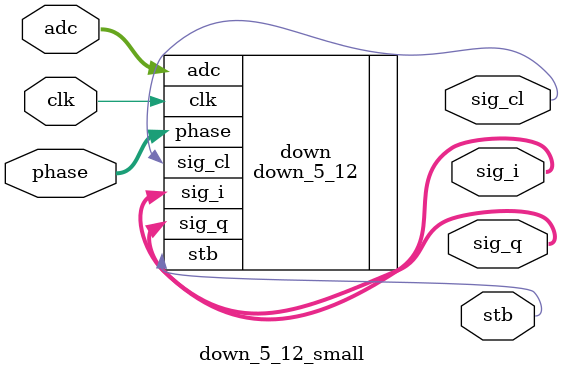
<source format=v>
module down_5_12_small(
	input clk,
	input signed [15:0] adc,
	input [3:0] phase,
	output stb,
	output sig_cl,
	output signed [16:0] sig_i,
	output signed [16:0] sig_q
);

down_5_12 down(.clk(clk), .adc(adc), .phase(phase),
	.stb(stb), .sig_cl(sig_cl),
	.sig_i(sig_i), .sig_q(sig_q)
);

endmodule

</source>
